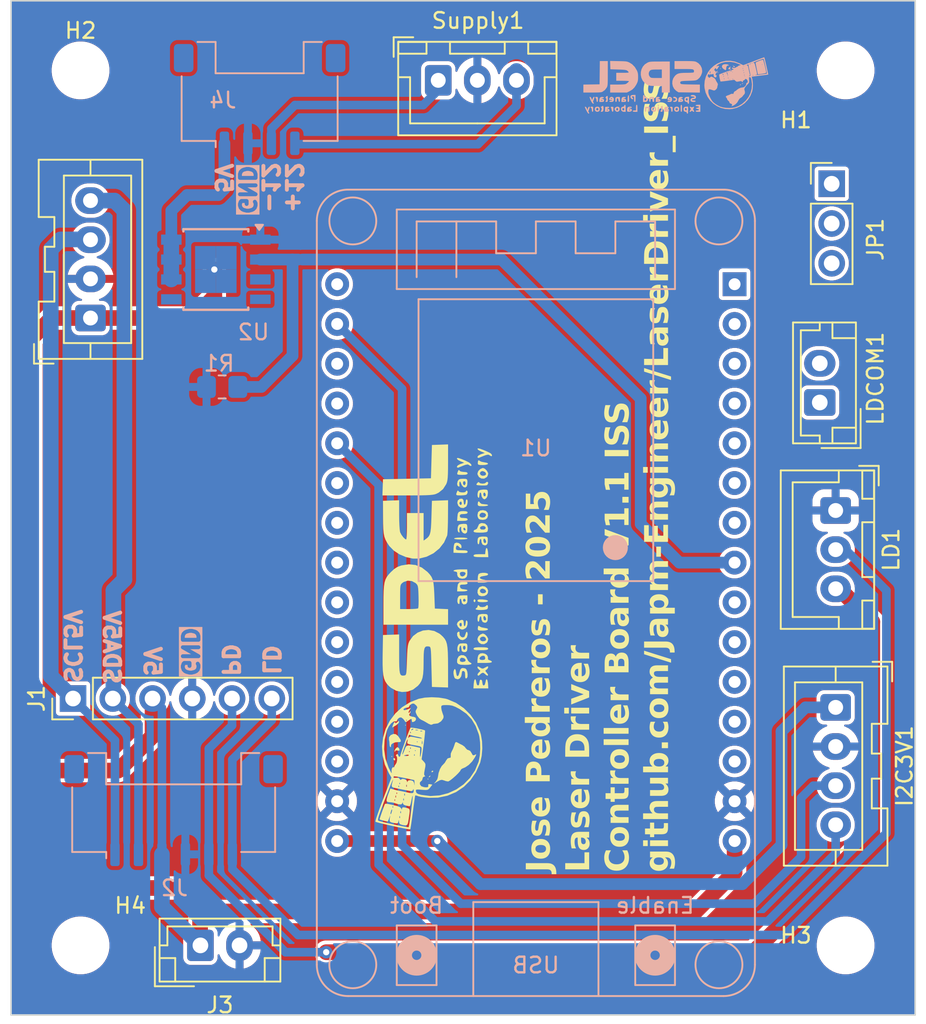
<source format=kicad_pcb>
(kicad_pcb (version 20241229) (generator "pcbnew") (generator_version "9.0")
  (layers (0 "F.Cu" signal) (2 "B.Cu" signal) (13 "F.Paste" user) (15 "B.Paste" user) (5 "F.SilkS" user "F.Silkscreen") (7 "B.SilkS" user "B.Silkscreen") (1 "F.Mask" user) (3 "B.Mask" user) (25 "Edge.Cuts" user))
  (net 0 "")
  (net 1 "GND")
  (net 2 "5V")
  (net 3 "SCL5V")
  (net 4 "SDA5V")
  (net 5 "3V3")
  (net 6 "SCL3V3")
  (net 7 "SDA3V3")
  (net 8 "Net-(J1-Pin_6)")
  (net 9 "Net-(J1-Pin_5)")
  (net 10 "Net-(J4-Pin_4)")
  (net 11 "Net-(J4-Pin_1)")
  (net 12 "Net-(J4-Pin_3)")
  (net 44 "Net-(U1-IO25)")
  (footprint "MountingHole:MountingHole_3.2mm_M3" (layer "F.Cu") (at 241.935 113.665)
    (property "Reference" "H3" (at -3.175 -0.635 0) (layer "F.SilkS"))
    (property "Value" "MountingHole")
    (pad "" np_thru_hole circle (at 0 0) (size 3.2 3.2) (drill 3.2) (layers "*.Cu" "*.Mask"))
  )
  (footprint "Connector_JST:JST_EH_B2B-EH-A_1x02_P2.50mm_Vertical" (layer "F.Cu") (at 240.284 78.994 90)
    (property "Reference" "LDCOM1" (at 1.524 3.556 90) (layer "F.SilkS"))
    (property "Value" "Conn_01x02_Male" (hide yes))
    (pad "1" thru_hole roundrect (at 0 0 90) (size 1.7 2) (drill 1) (layers "*.Cu" "*.Mask") (roundrect_rratio 0.147059))
    (pad "2" thru_hole oval (at 2.5 0 90) (size 1.7 2) (drill 1) (layers "*.Cu" "*.Mask"))
  )
  (footprint "Connector_PinHeader_2.54mm:PinHeader_1x06_P2.54mm_Vertical" (layer "F.Cu") (at 192.56 97.9 90)
    (property "Reference" "J1" (at 0 -2.33 90) (layer "F.SilkS"))
    (property "Value" "Conn_01x06_Pin")
    (pad "1" thru_hole rect (at 0 0 90) (size 1.7 1.7) (drill 1) (layers "*.Cu" "*.Mask") (net 3 "SCL5V"))
    (pad "2" thru_hole oval (at 0 2.54 90) (size 1.7 1.7) (drill 1) (layers "*.Cu" "*.Mask") (net 4 "SDA5V"))
    (pad "3" thru_hole oval (at 0 5.08 90) (size 1.7 1.7) (drill 1) (layers "*.Cu" "*.Mask") (net 2 "5V"))
    (pad "4" thru_hole oval (at 0 7.62 90) (size 1.7 1.7) (drill 1) (layers "*.Cu" "*.Mask") (net 1 "GND"))
    (pad "5" thru_hole oval (at 0 10.16 90) (size 1.7 1.7) (drill 1) (layers "*.Cu" "*.Mask") (net 9 "Net-(J1-Pin_5)"))
    (pad "6" thru_hole oval (at 0 12.7 90) (size 1.7 1.7) (drill 1) (layers "*.Cu" "*.Mask") (net 8 "Net-(J1-Pin_6)"))
  )
  (footprint "Connector_JST:JST_XH_B3B-XH-A_1x03_P2.50mm_Vertical" (layer "F.Cu") (at 215.9 58.42)
    (property "Reference" "Supply1" (at 2.54 -3.81 0) (layer "F.SilkS"))
    (property "Value" "Conn_01x03_Male" (hide yes))
    (pad "1" thru_hole roundrect (at 0 0) (size 1.7 1.95) (drill 0.95) (layers "*.Cu" "*.Mask") (roundrect_rratio 0.147059) (net 12 "Net-(J4-Pin_3)"))
    (pad "2" thru_hole oval (at 2.5 0) (size 1.7 1.95) (drill 0.95) (layers "*.Cu" "*.Mask") (net 1 "GND"))
    (pad "3" thru_hole oval (at 5 0) (size 1.7 1.95) (drill 0.95) (layers "*.Cu" "*.Mask") (net 10 "Net-(J4-Pin_4)"))
  )
  (footprint "Connector_JST:JST_XA_B04B-XASK-1_1x04_P2.50mm_Vertical" (layer "F.Cu") (at 241.3 98.465 -90)
    (property "Reference" "I2C3V1" (at 3.75 -4.4 270) (layer "F.SilkS"))
    (property "Value" "Conn_01x04_Male")
    (pad "1" thru_hole roundrect (at 0 0 270) (size 1.7 1.95) (drill 0.95) (layers "*.Cu" "*.Mask") (roundrect_rratio 0.147059) (net 5 "3V3"))
    (pad "2" thru_hole oval (at 2.5 0 270) (size 1.7 1.95) (drill 0.95) (layers "*.Cu" "*.Mask") (net 1 "GND"))
    (pad "3" thru_hole oval (at 5 0 270) (size 1.7 1.95) (drill 0.95) (layers "*.Cu" "*.Mask") (net 6 "SCL3V3"))
    (pad "4" thru_hole oval (at 7.5 0 270) (size 1.7 1.95) (drill 0.95) (layers "*.Cu" "*.Mask") (net 7 "SDA3V3"))
  )
  (footprint "Connector_JST:JST_XH_B3B-XH-A_1x03_P2.50mm_Vertical" (layer "F.Cu") (at 241.3 85.892 -90)
    (property "Reference" "LD1" (at 2.5 -3.55 270) (layer "F.SilkS"))
    (property "Value" "D_Laser_Photo_NType")
    (pad "1" thru_hole roundrect (at 0 0 270) (size 1.7 1.95) (drill 0.95) (layers "*.Cu" "*.Mask") (roundrect_rratio 0.147059) (net 1 "GND"))
    (pad "2" thru_hole oval (at 2.5 0 270) (size 1.7 1.95) (drill 0.95) (layers "*.Cu" "*.Mask") (net 8 "Net-(J1-Pin_6)"))
    (pad "3" thru_hole oval (at 5 0 270) (size 1.7 1.95) (drill 0.95) (layers "*.Cu" "*.Mask") (net 9 "Net-(J1-Pin_5)"))
  )
  (footprint "Connector_PinHeader_2.54mm:PinHeader_1x03_P2.54mm_Vertical" (layer "F.Cu") (at 241.046 65.024)
    (property "Reference" "JP1" (at 2.794 3.556 90) (layer "F.SilkS"))
    (property "Value" "Jumper_3_Open" (hide yes))
    (pad "1" thru_hole rect (at 0 0) (size 1.7 1.7) (drill 1) (layers "*.Cu" "*.Mask"))
    (pad "2" thru_hole oval (at 0 2.54) (size 1.7 1.7) (drill 1) (layers "*.Cu" "*.Mask"))
    (pad "3" thru_hole oval (at 0 5.08) (size 1.7 1.7) (drill 1) (layers "*.Cu" "*.Mask"))
  )
  (footprint "MountingHole:MountingHole_3.2mm_M3" (layer "F.Cu") (at 193.04 113.665)
    (property "Reference" "H4" (at 3.175 -2.54 0) (layer "F.SilkS"))
    (property "Value" "MountingHole")
    (pad "" np_thru_hole circle (at 0 0) (size 3.2 3.2) (drill 3.2) (layers "*.Cu" "*.Mask"))
  )
  (footprint "Images:Spel25x25" (layer "F.Cu") (at 215.59 94 90)
    (property "Reference" "G***" (hide yes))
    (property "Value" "LOGO" (hide yes))
  )
  (footprint "MountingHole:MountingHole_3.2mm_M3" (layer "F.Cu") (at 193.04 57.785)
    (property "Reference" "H2" (at 0 -2.54 0) (layer "F.SilkS"))
    (property "Value" "MountingHole")
    (pad "" np_thru_hole circle (at 0 0) (size 3.2 3.2) (drill 3.2) (layers "*.Cu" "*.Mask"))
  )
  (footprint "MountingHole:MountingHole_3.2mm_M3" (layer "F.Cu") (at 241.935 57.785)
    (property "Reference" "H1" (at -3.175 3.175 0) (layer "F.SilkS"))
    (property "Value" "MountingHole" (hide yes))
    (pad "" np_thru_hole circle (at 0 0) (size 3.2 3.2) (drill 3.2) (layers "*.Cu" "*.Mask"))
  )
  (footprint "Connector_JST:JST_XA_B04B-XASK-1_1x04_P2.50mm_Vertical" (layer "F.Cu") (at 193.675 73.6 90)
    (property "Reference" "I2C5V1" (hide yes))
    (property "Value" "Conn_01x04_Male")
    (pad "1" thru_hole roundrect (at 0 0 90) (size 1.7 1.95) (drill 0.95) (layers "*.Cu" "*.Mask") (roundrect_rratio 0.147059) (net 2 "5V"))
    (pad "2" thru_hole oval (at 2.5 0 90) (size 1.7 1.95) (drill 0.95) (layers "*.Cu" "*.Mask") (net 1 "GND"))
    (pad "3" thru_hole oval (at 5 0 90) (size 1.7 1.95) (drill 0.95) (layers "*.Cu" "*.Mask") (net 3 "SCL5V"))
    (pad "4" thru_hole oval (at 7.5 0 90) (size 1.7 1.95) (drill 0.95) (layers "*.Cu" "*.Mask") (net 4 "SDA5V"))
  )
  (footprint "Connector_JST:JST_EH_B2B-EH-A_1x02_P2.50mm_Vertical" (layer "F.Cu") (at 200.7 113.665)
    (property "Reference" "J3" (at 1.25 3.81 0) (layer "F.SilkS"))
    (property "Value" "5V")
    (pad "1" thru_hole roundrect (at 0 0) (size 1.7 2) (drill 1) (layers "*.Cu" "*.Mask") (roundrect_rratio 0.147059) (net 2 "5V"))
    (pad "2" thru_hole oval (at 2.5 0) (size 1.7 2) (drill 1) (layers "*.Cu" "*.Mask") (net 1 "GND"))
  )
  (footprint "Connector_Molex:Molex_Pico-Lock_504050-0691_1x06-1MP_P1.50mm_Horizontal" (layer "B.Cu") (at 198.99 104.805)
    (property "Reference" "J2" (at 0.05 5.195 180) (layer "B.SilkS") (effects (justify mirror)))
    (property "Value" "Conn_01x06_Pin")
    (pad "1" smd roundrect (at -3.75 3.045) (size 0.6 1.5) (layers "B.Cu" "B.Mask" "B.Paste") (net 3 "SCL5V"))
    (pad "2" smd roundrect (at -2.25 3.045) (size 0.6 1.5) (layers "B.Cu" "B.Mask" "B.Paste") (net 4 "SDA5V"))
    (pad "3" smd roundrect (at -0.75 3.045) (size 0.6 1.5) (layers "B.Cu" "B.Mask" "B.Paste") (net 2 "5V"))
    (pad "4" smd roundrect (at 0.75 3.045) (size 0.6 1.5) (layers "B.Cu" "B.Mask" "B.Paste") (net 1 "GND"))
    (pad "5" smd roundrect (at 2.25 3.045) (size 0.6 1.5) (layers "B.Cu" "B.Mask" "B.Paste") (net 9 "Net-(J1-Pin_5)"))
    (pad "6" smd roundrect (at 3.75 3.045) (size 0.6 1.5) (layers "B.Cu" "B.Mask" "B.Paste") (net 8 "Net-(J1-Pin_6)"))
    (pad "MP" smd roundrect (at -6.355 -2.395) (size 1.25 1.8) (layers "B.Cu" "B.Mask" "B.Paste") (roundrect_rratio 0.2))
    (pad "MP" smd roundrect (at 6.355 -2.395) (size 1.25 1.8) (layers "B.Cu" "B.Mask" "B.Paste") (roundrect_rratio 0.2))
  )
  (footprint "Package_SO:Infineon_PG-DSO-8-43" (layer "B.Cu") (at 201.685 70.5 180)
    (property "Reference" "U2" (at -2.4125 -4 0) (layer "B.SilkS") (effects (justify mirror)))
    (property "Value" "BTS5045-1EJA")
    (pad "1" smd rect (at -2.845 1.905 180) (size 1.31 0.65) (layers "B.Cu" "B.Mask" "B.Paste") (net 1 "GND"))
    (pad "2" smd rect (at -2.845 0.635 180) (size 1.31 0.65) (layers "B.Cu" "B.Mask" "B.Paste") (net 44 "Net-(U1-IO25)"))
    (pad "3" smd rect (at -2.845 -0.635 180) (size 1.31 0.65) (layers "B.Cu" "B.Mask" "B.Paste"))
    (pad "4" smd rect (at -2.845 -1.905 180) (size 1.31 0.6) (layers "B.Cu" "B.Mask" "B.Paste"))
    (pad "5" smd rect (at 2.845 -1.905 180) (size 1.31 0.65) (layers "B.Cu" "B.Mask" "B.Paste"))
    (pad "6" smd rect (at 2.845 -0.635 180) (size 1.31 0.65) (layers "B.Cu" "B.Mask" "B.Paste") (net 11 "Net-(J4-Pin_1)"))
    (pad "7" smd rect (at 2.845 0.635 180) (size 1.31 0.65) (layers "B.Cu" "B.Mask" "B.Paste") (net 11 "Net-(J4-Pin_1)"))
    (pad "8" smd rect (at 2.845 1.905 180) (size 1.31 0.65) (layers "B.Cu" "B.Mask" "B.Paste") (net 11 "Net-(J4-Pin_1)"))
    (pad "9" smd rect (at -0.6625 -0.75 180) (size 1.325 1.5) (layers "B.Cu" "B.Mask" "B.Paste") (net 2 "5V"))
    (pad "9" smd rect (at -0.6625 0.75 180) (size 1.325 1.5) (layers "B.Cu" "B.Mask" "B.Paste") (net 2 "5V"))
    (pad "9" smd rect (at 0.6625 -0.75 180) (size 1.325 1.5) (layers "B.Cu" "B.Mask" "B.Paste") (net 2 "5V"))
    (pad "9" smd rect (at 0.6625 0.75 180) (size 1.325 1.5) (layers "B.Cu" "B.Mask" "B.Paste") (net 2 "5V"))
  )
  (footprint "Connector_Molex:Molex_Pico-Lock_504050-0491_1x04-1MP_P1.50mm_Horizontal" (layer "B.Cu") (at 204.485 59.395)
    (property "Reference" "J4" (at -2.35 0.295 180) (layer "B.SilkS") (effects (justify mirror)))
    (property "Value" "Conn_01x04_Pin")
    (pad "1" smd roundrect (at -2.25 3.045) (size 0.6 1.5) (layers "B.Cu" "B.Mask" "B.Paste") (net 11 "Net-(J4-Pin_1)"))
    (pad "2" smd roundrect (at -0.75 3.045) (size 0.6 1.5) (layers "B.Cu" "B.Mask" "B.Paste") (net 1 "GND"))
    (pad "3" smd roundrect (at 0.75 3.045) (size 0.6 1.5) (layers "B.Cu" "B.Mask" "B.Paste") (net 12 "Net-(J4-Pin_3)"))
    (pad "4" smd roundrect (at 2.25 3.045) (size 0.6 1.5) (layers "B.Cu" "B.Mask" "B.Paste") (net 10 "Net-(J4-Pin_4)"))
    (pad "MP" smd roundrect (at -4.855 -2.395) (size 1.25 1.8) (layers "B.Cu" "B.Mask" "B.Paste") (roundrect_rratio 0.2))
    (pad "MP" smd roundrect (at 4.855 -2.395) (size 1.25 1.8) (layers "B.Cu" "B.Mask" "B.Paste") (roundrect_rratio 0.2))
  )
  (footprint "Resistor_SMD:R_0805_2012Metric_Pad1.20x1.40mm_HandSolder" (layer "B.Cu") (at 202.09 78 180)
    (property "Reference" "R1" (at 0.2 1.5 0) (layer "B.SilkS") (effects (justify mirror)))
    (property "Value" "4k7")
    (pad "1" smd roundrect (at -1 0 180) (size 1.2 1.4) (layers "B.Cu" "B.Mask" "B.Paste") (roundrect_rratio 0.208333) (net 44 "Net-(U1-IO25)"))
    (pad "2" smd roundrect (at 1 0 180) (size 1.2 1.4) (layers "B.Cu" "B.Mask" "B.Paste") (roundrect_rratio 0.208333) (net 1 "GND"))
  )
  (footprint "Created:esp32_devkit_v1_doit" (layer "B.Cu") (at 222.14 71.44 180)
    (property "Reference" "U1" (at 0 -10.47 0) (layer "B.SilkS") (effects (justify mirror)))
    (property "Value" "ESP32_DevKit_V1_DOIT")
    (fp_text user "Boot" (at 7.62 -39.68 0) (layer "B.SilkS") (effects (justify mirror)))
    (fp_text user "USB" (at 0 -43.49 0) (layer "B.SilkS") (effects (justify mirror)))
    (fp_text user "Enable" (at -7.62 -39.68 0) (layer "B.SilkS") (effects (justify mirror)))
    (pad "1" thru_hole rect (at -12.7 0 180) (size 1.524 1.524) (drill 0.762) (layers "*.Cu" "*.Mask"))
    (pad "2" thru_hole circle (at -12.7 -2.54 180) (size 1.524 1.524) (drill 0.762) (layers "*.Cu" "*.Mask"))
    (pad "3" thru_hole circle (at -12.7 -5.08 180) (size 1.524 1.524) (drill 0.762) (layers "*.Cu" "*.Mask"))
    (pad "4" thru_hole circle (at -12.7 -7.62 180) (size 1.524 1.524) (drill 0.762) (layers "*.Cu" "*.Mask"))
    (pad "5" thru_hole circle (at -12.7 -10.16 180) (size 1.524 1.524) (drill 0.762) (layers "*.Cu" "*.Mask"))
    (pad "6" thru_hole circle (at -12.7 -12.7 180) (size 1.524 1.524) (drill 0.762) (layers "*.Cu" "*.Mask"))
    (pad "7" thru_hole circle (at -12.7 -15.24 180) (size 1.524 1.524) (drill 0.762) (layers "*.Cu" "*.Mask"))
    (pad "8" thru_hole circle (at -12.7 -17.78 180) (size 1.524 1.524) (drill 0.762) (layers "*.Cu" "*.Mask") (net 44 "Net-(U1-IO25)"))
    (pad "9" thru_hole circle (at -12.7 -20.32 180) (size 1.524 1.524) (drill 0.762) (layers "*.Cu" "*.Mask"))
    (pad "10" thru_hole circle (at -12.7 -22.86 180) (size 1.524 1.524) (drill 0.762) (layers "*.Cu" "*.Mask"))
    (pad "11" thru_hole circle (at -12.7 -25.4 180) (size 1.524 1.524) (drill 0.762) (layers "*.Cu" "*.Mask"))
    (pad "12" thru_hole circle (at -12.7 -27.94 180) (size 1.524 1.524) (drill 0.762) (layers "*.Cu" "*.Mask"))
    (pad "13" thru_hole circle (at -12.7 -30.48 180) (size 1.524 1.524) (drill 0.762) (layers "*.Cu" "*.Mask"))
    (pad "14" thru_hole circle (at -12.7 -33.02 180) (size 1.524 1.524) (drill 0.762) (layers "*.Cu" "*.Mask") (net 1 "GND"))
    (pad "15" thru_hole circle (at -12.7 -35.56 180) (size 1.524 1.524) (drill 0.762) (layers "*.Cu" "*.Mask") (net 2 "5V"))
    (pad "16" thru_hole circle (at 12.7 -35.56 180) (size 1.524 1.524) (drill 0.762) (layers "*.Cu" "*.Mask") (net 5 "3V3"))
    (pad "17" thru_hole circle (at 12.7 -33.02 180) (size 1.524 1.524) (drill 0.762) (layers "*.Cu" "*.Mask") (net 1 "GND"))
    (pad "18" thru_hole circle (at 12.7 -30.48 180) (size 1.524 1.524) (drill 0.762) (layers "*.Cu" "*.Mask"))
    (pad "19" thru_hole circle (at 12.7 -27.94 180) (size 1.524 1.524) (drill 0.762) (layers "*.Cu" "*.Mask"))
    (pad "20" thru_hole circle (at 12.7 -25.4 180) (size 1.524 1.524) (drill 0.762) (layers "*.Cu" "*.Mask"))
    (pad "21" thru_hole circle (at 12.7 -22.86 180) (size 1.524 1.524) (drill 0.762) (layers "*.Cu" "*.Mask"))
    (pad "22" thru_hole circle (at 12.7 -20.32 180) (size 1.524 1.524) (drill 0.762) (layers "*.Cu" "*.Mask"))
    (pad "23" thru_hole circle (at 12.7 -17.78 180) (size 1.524 1.524) (drill 0.762) (layers "*.Cu" "*.Mask"))
    (pad "24" thru_hole circle (at 12.7 -15.24 180) (size 1.524 1.524) (drill 0.762) (layers "*.Cu" "*.Mask"))
    (pad "25" thru_hole circle (at 12.7 -12.7 180) (size 1.524 1.524) (drill 0.762) (layers "*.Cu" "*.Mask"))
    (pad "26" thru_hole circle (at 12.7 -10.16 180) (size 1.524 1.524) (drill 0.762) (layers "*.Cu" "*.Mask") (net 7 "SDA3V3"))
    (pad "27" thru_hole circle (at 12.7 -7.62 180) (size 1.524 1.524) (drill 0.762) (layers "*.Cu" "*.Mask"))
    (pad "28" thru_hole circle (at 12.7 -5.08 180) (size 1.524 1.524) (drill 0.762) (layers "*.Cu" "*.Mask"))
    (pad "29" thru_hole circle (at 12.7 -2.54 180) (size 1.524 1.524) (drill 0.762) (layers "*.Cu" "*.Mask") (net 6 "SCL3V3"))
    (pad "30" thru_hole circle (at 12.7 0 180) (size 1.524 1.524) (drill 0.762) (layers "*.Cu" "*.Mask"))
  )
  (footprint "Images:LogoSPEL_12x12mm_positive" (layer "B.Cu") (at 231.09 58.75 180)
    (property "Reference" "G***" (hide yes))
    (property "Value" "LOGO" (hide yes))
  )
  (gr_rect (start 188.595 53.34) (end 246.38 118.11) (stroke (width 0.1)) (fill no) (layer "Edge.Cuts"))
  (gr_text "Jose Pedreros - 2025\nLaser Driver\nController Board V1.1 ISS\ngithub.com/Japm-Engineer/LaserDriver_ISS" (at 230.84 109 90) (layer "F.SilkS") (effects (font (size 1.5 1.5) (thickness 0.3) (bold yes)) (justify left bottom)))
  (gr_text "PD" (at 202.04 96.6 270) (layer "B.SilkS") (effects (font (size 1 1) (thickness 0.25) (bold yes)) (justify left bottom mirror)))
  (gr_text "-12" (at 204.59 67 270) (layer "B.SilkS") (effects (font (size 1 1) (thickness 0.25) (bold yes)) (justify left bottom mirror)))
  (gr_text "GND" (at 203.09 67.1 270) (layer "B.SilkS" knockout) (effects (font (size 1 1) (thickness 0.25) (bold yes)) (justify left bottom mirror)))
  (gr_text "LD\n" (at 204.64 96.5 270) (layer "B.SilkS") (effects (font (size 1 1) (thickness 0.25) (bold yes)) (justify left bottom mirror)))
  (gr_text "SCL5V" (at 191.94 97 270) (layer "B.SilkS") (effects (font (size 1 1) (thickness 0.25) (bold yes)) (justify left bottom mirror)))
  (gr_text "5V" (at 197.04 96.6 270) (layer "B.SilkS") (effects (font (size 1 1) (thickness 0.25) (bold yes)) (justify left bottom mirror)))
  (gr_text "+12" (at 206.09 67 270) (layer "B.SilkS") (effects (font (size 1 1) (thickness 0.25) (bold yes)) (justify left bottom mirror)))
  (gr_text "GND" (at 199.44 96.6 270) (layer "B.SilkS" knockout) (effects (font (size 1 1) (thickness 0.25) (bold yes)) (justify left bottom mirror)))
  (gr_text "5V" (at 201.59 65.75 270) (layer "B.SilkS") (effects (font (size 1 1) (thickness 0.25) (bold yes)) (justify left bottom mirror)))
  (gr_text "SDA5V" (at 194.44 97.1 270) (layer "B.SilkS") (effects (font (size 1 1) (thickness 0.25) (bold yes)) (justify left bottom mirror)))
  (segment (start 199.62 110) (end 193.74 110) (width 1) (layer "F.Cu") (net 2))
  (segment (start 189.865 74.93) (end 191.195 73.6) (width 1) (layer "F.Cu") (net 2))
  (segment (start 201.59 72.25) (end 201.59 70.5) (width 1) (layer "F.Cu") (net 2))
  (segment (start 193.74 109.92) (end 189.865 106.045) (width 1) (layer "F.Cu") (net 2))
  (segment (start 200.68 113.645) (end 200.68 111.06) (width 1) (layer "F.Cu") (net 2))
  (segment (start 189.865 89.535) (end 189.865 74.93) (width 1) (layer "F.Cu") (net 2))
  (segment (start 232.34 111.5) (end 234.84 109) (width 1) (layer "F.Cu") (net 2))
  (segment (start 193.675 73.6) (end 200.24 73.6) (width 1) (layer "F.Cu") (net 2))
  (segment (start 200.68 111.06) (end 199.62 110) (width 1) (layer "F.Cu") (net 2))
  (segment (start 200.7 113.665) (end 200.68 113.645) (width 1) (layer "F.Cu") (net 2))
  (segment (start 234.84 109) (end 234.84 107) (width 1) (layer "F.Cu") (net 2))
  (segment (start 193.74 110) (end 193.74 109.92) (width 1) (layer "F.Cu") (net 2))
  (segment (start 195.44 102.5) (end 197.64 100.3) (width 1) (layer "F.Cu") (net 2))
  (segment (start 191.195 73.6) (end 193.675 73.6) (width 1) (layer "F.Cu") (net 2))
  (segment (start 201.12 111.5) (end 232.34 111.5) (width 1) (layer "F.Cu") (net 2))
  (segment (start 189.865 102.5) (end 189.865 89.535) (width 1) (layer "F.Cu") (net 2))
  (segment (start 189.865 102.5) (end 195.44 102.5) (width 1) (layer "F.Cu") (net 2))
  (segment (start 189.865 106.045) (end 189.865 102.5) (width 1) (layer "F.Cu") (net 2))
  (segment (start 197.64 100.3) (end 197.64 97.9) (width 1) (layer "F.Cu") (net 2))
  (segment (start 200.24 73.6) (end 201.59 72.25) (width 1) (layer "F.Cu") (net 2))
  (via (at 201.59 70.5) (size 0.8) (drill 0.4) (layers "F.Cu" "B.Cu") (net 2))
  (segment (start 198.24 107.6) (end 198.24 98.5) (width 0.55) (layer "B.Cu") (net 2))
  (segment (start 198.24 98.5) (end 197.64 97.9) (width 0.55) (layer "B.Cu") (net 2))
  (segment (start 198.24 111.205) (end 198.24 107.85) (width 1) (layer "B.Cu") (net 2))
  (segment (start 200.7 113.665) (end 198.24 111.205) (width 1) (layer "B.Cu") (net 2))
  (segment (start 191.135 69.215) (end 191.77 68.58) (width 1) (layer "B.Cu") (net 3))
  (segment (start 195.24 100.58) (end 192.56 97.9) (width 0.55) (layer "B.Cu") (net 3))
  (segment (start 192.56 97.9) (end 191.135 96.475) (width 1) (layer "B.Cu") (net 3))
  (segment (start 191.135 96.475) (end 191.135 69.215) (width 1) (layer "B.Cu") (net 3))
  (segment (start 191.77 68.58) (end 193.655 68.58) (width 1) (layer "B.Cu") (net 3))
  (segment (start 193.655 68.58) (end 193.675 68.6) (width 1) (layer "B.Cu") (net 3))
  (segment (start 195.24 107.6) (end 195.24 100.58) (width 0.55) (layer "B.Cu") (net 3))
  (segment (start 195.14 97.86) (end 195.1 97.9) (width 1) (layer "B.Cu") (net 4))
  (segment (start 196.74 99.54) (end 195.1 97.9) (width 0.55) (layer "B.Cu") (net 4))
  (segment (start 195.205 66.1) (end 195.84 66.735) (width 1) (layer "B.Cu") (net 4))
  (segment (start 195.84 66.735) (end 195.84 90.3) (width 1) (layer "B.Cu") (net 4))
  (segment (start 193.675 66.1) (end 195.205 66.1) (width 1) (layer "B.Cu") (net 4))
  (segment (start 195.84 90.3) (end 195.14 91) (width 1) (layer "B.Cu") (net 4))
  (segment (start 196.74 107.6) (end 196.74 99.54) (width 0.55) (layer "B.Cu") (net 4))
  (segment (start 195.14 91) (end 195.14 97.86) (width 1) (layer "B.Cu") (net 4))
  (segment (start 215.84 107) (end 209.44 107) (width 0.75) (layer "F.Cu") (net 5))
  (via (at 215.84 107) (size 0.8) (drill 0.4) (layers "F.Cu" "B.Cu") (net 5))
  (segment (start 237.84 107.25) (end 237.84 100) (width 0.75) (layer "B.Cu") (net 5))
  (segment (start 215.84 107) (end 218.59 109.75) (width 0.75) (layer "B.Cu") (net 5))
  (segment (start 218.59 109.75) (end 235.34 109.75) (width 0.75) (layer "B.Cu") (net 5))
  (segment (start 235.34 109.75) (end 237.84 107.25) (width 0.75) (layer "B.Cu") (net 5))
  (segment (start 239.375 98.465) (end 241.3 98.465) (width 0.75) (layer "B.Cu") (net 5))
  (segment (start 237.84 100) (end 239.375 98.465) (width 0.75) (layer "B.Cu") (net 5))
  (segment (start 213.59 107.25) (end 217.34 111) (width 0.55) (layer "B.Cu") (net 6))
  (segment (start 239.09 108) (end 239.09 104.25) (width 0.55) (layer "B.Cu") (net 6))
  (segment (start 209.44 73.98) (end 213.59 78.13) (width 0.55) (layer "B.Cu") (net 6))
  (segment (start 217.34 111) (end 236.09 111) (width 0.55) (layer "B.Cu") (net 6))
  (segment (start 213.59 78.13) (end 213.59 107.25) (width 0.55) (layer "B.Cu") (net 6))
  (segment (start 239.09 104.25) (end 239.875 103.465) (width 0.55) (layer "B.Cu") (net 6))
  (segment (start 236.09 111) (end 239.09 108) (width 0.55) (layer "B.Cu") (net 6))
  (segment (start 239.875 103.465) (end 241.3 103.465) (width 0.55) (layer "B.Cu") (net 6))
  (segment (start 241.3 105.965) (end 241.075 105.965) (width 1) (layer "F.Cu") (net 7))
  (segment (start 209.44 81.6) (end 212.09 84.25) (width 0.55) (layer "B.Cu") (net 7))
  (segment (start 215.719867 112.129867) (end 236.960133 112.129867) (width 0.55) (layer "B.Cu") (net 7))
  (segment (start 236.960133 112.129867) (end 241.3 107.79) (width 0.55) (layer "B.Cu") (net 7))
  (segment (start 241.3 107.79) (end 241.3 105.965) (width 0.55) (layer "B.Cu") (net 7))
  (segment (start 212.09 84.25) (end 212.09 108.5) (width 0.55) (layer "B.Cu") (net 7))
  (segment (start 212.09 108.5) (end 215.719867 112.129867) (width 0.55) (layer "B.Cu") (net 7))
  (segment (start 205.26 97.9) (end 205.26 99.28) (width 0.55) (layer "B.Cu") (net 8))
  (segment (start 205.26 99.28) (end 202.74 101.8) (width 0.55) (layer "B.Cu") (net 8))
  (segment (start 238.04 113) (end 244.54 106.5) (width 0.55) (layer "B.Cu") (net 8))
  (segment (start 202.74 108.8) (end 206.94 113) (width 0.55) (layer "B.Cu") (net 8))
  (segment (start 244.54 91) (end 241.932 88.392) (width 0.55) (layer "B.Cu") (net 8))
  (segment (start 202.74 101.8) (end 202.74 108.8) (width 0.55) (layer "B.Cu") (net 8))
  (segment (start 241.932 88.392) (end 241.3 88.392) (width 0.55) (layer "B.Cu") (net 8))
  (segment (start 244.54 106.5) (end 244.54 91) (width 0.55) (layer "B.Cu") (net 8))
  (segment (start 206.94 113) (end 238.04 113) (width 0.55) (layer "B.Cu") (net 8))
  (segment (start 236.04 114.1) (end 243.64 106.5) (width 1) (layer "F.Cu") (net 9))
  (segment (start 243.64 106.5) (end 243.64 93) (width 1) (layer "F.Cu") (net 9))
  (segment (start 243.64 93) (end 241.532 90.892) (width 1) (layer "F.Cu") (net 9))
  (segment (start 241.532 90.892) (end 241.3 90.892) (width 1) (layer "F.Cu") (net 9))
  (segment (start 208.74 114.1) (end 236.04 114.1) (width 1) (layer "F.Cu") (net 9))
  (via (at 208.74 114.1) (size 0.8) (drill 0.4) (layers "F.Cu" "B.Cu") (net 9))
  (segment (start 206.14 114.1) (end 201.24 109.2) (width 0.55) (layer "B.Cu") (net 9))
  (segment (start 201.24 101.1) (end 202.72 99.62) (width 0.55) (layer "B.Cu") (net 9))
  (segment (start 202.72 99.62) (end 202.72 97.9) (width 0.55) (layer "B.Cu") (net 9))
  (segment (start 201.24 109.2) (end 201.24 101.1) (width 0.55) (layer "B.Cu") (net 9))
  (segment (start 208.74 114.1) (end 206.14 114.1) (width 0.55) (layer "B.Cu") (net 9))
  (segment (start 206.795 62.5) (end 218.44 62.5) (width 0.55) (layer "B.Cu") (net 10))
  (segment (start 206.735 62.44) (end 206.795 62.5) (width 0.55) (layer "B.Cu") (net 10))
  (segment (start 218.44 62.5) (end 220.9 60.04) (width 0.55) (layer "B.Cu") (net 10))
  (segment (start 220.9 58.42) (end 220.9 57.825) (width 1) (layer "B.Cu") (net 10))
  (segment (start 220.9 60.04) (end 220.9 58.42) (width 0.55) (layer "B.Cu") (net 10))
  (segment (start 202.235 65.355) (end 201.84 65.75) (width 0.75) (layer "B.Cu") (net 11))
  (segment (start 198.84 66.75) (end 198.84 68.595) (width 0.75) (layer "B.Cu") (net 11))
  (segment (start 201.84 65.75) (end 199.84 65.75) (width 0.75) (layer "B.Cu") (net 11))
  (segment (start 202.235 62.44) (end 202.235 65.355) (width 0.75) (layer "B.Cu") (net 11))
  (segment (start 198.84 71.135) (end 198.84 68.595) (width 1) (layer "B.Cu") (net 11))
  (segment (start 199.84 65.75) (end 198.84 66.75) (width 0.75) (layer "B.Cu") (net 11))
  (segment (start 205.235 61.505) (end 206.74 60) (width 0.55) (layer "B.Cu") (net 12))
  (segment (start 215.9 59.04) (end 215.9 58.42) (width 0.55) (layer "B.Cu") (net 12))
  (segment (start 205.235 62.44) (end 205.235 61.505) (width 0.55) (layer "B.Cu") (net 12))
  (segment (start 206.74 60) (end 214.94 60) (width 0.55) (layer "B.Cu") (net 12))
  (segment (start 214.94 60) (end 215.9 59.04) (width 0.55) (layer "B.Cu") (net 12))
  (segment (start 204.53 69.865) (end 206.955 69.865) (width 0.75) (layer "B.Cu") (net 44))
  (segment (start 204.59 78) (end 206.59 76) (width 0.75) (layer "B.Cu") (net 44))
  (segment (start 228.84 78.75) (end 228.84 86.75) (width 0.75) (layer "B.Cu") (net 44))
  (segment (start 219.955 69.865) (end 228.84 78.75) (width 0.75) (layer "B.Cu") (net 44))
  (segment (start 207.225 69.865) (end 219.955 69.865) (width 0.75) (layer "B.Cu") (net 44))
  (segment (start 231.31 89.22) (end 234.84 89.22) (width 0.75) (layer "B.Cu") (net 44))
  (segment (start 203.09 78) (end 204.59 78) (width 0.75) (layer "B.Cu") (net 44))
  (segment (start 206.59 76) (end 206.59 69.865) (width 0.75) (layer "B.Cu") (net 44))
  (segment (start 228.84 86.75) (end 231.31 89.22) (width 0.75) (layer "B.Cu") (net 44))
  (zone (net 1) (net_name "GND") (layers "F.Cu" "B.Cu") (connect_pads (clearance 0.25)) (min_thickness 0.125) (fill yes (thermal_gap 0.508) (thermal_bridge_width 0.508))
    (polygon (pts (xy 246.38 118.11) (xy 188.595 118.11) (xy 188.595 53.34) (xy 246.38 53.34)))
  )
)
</source>
